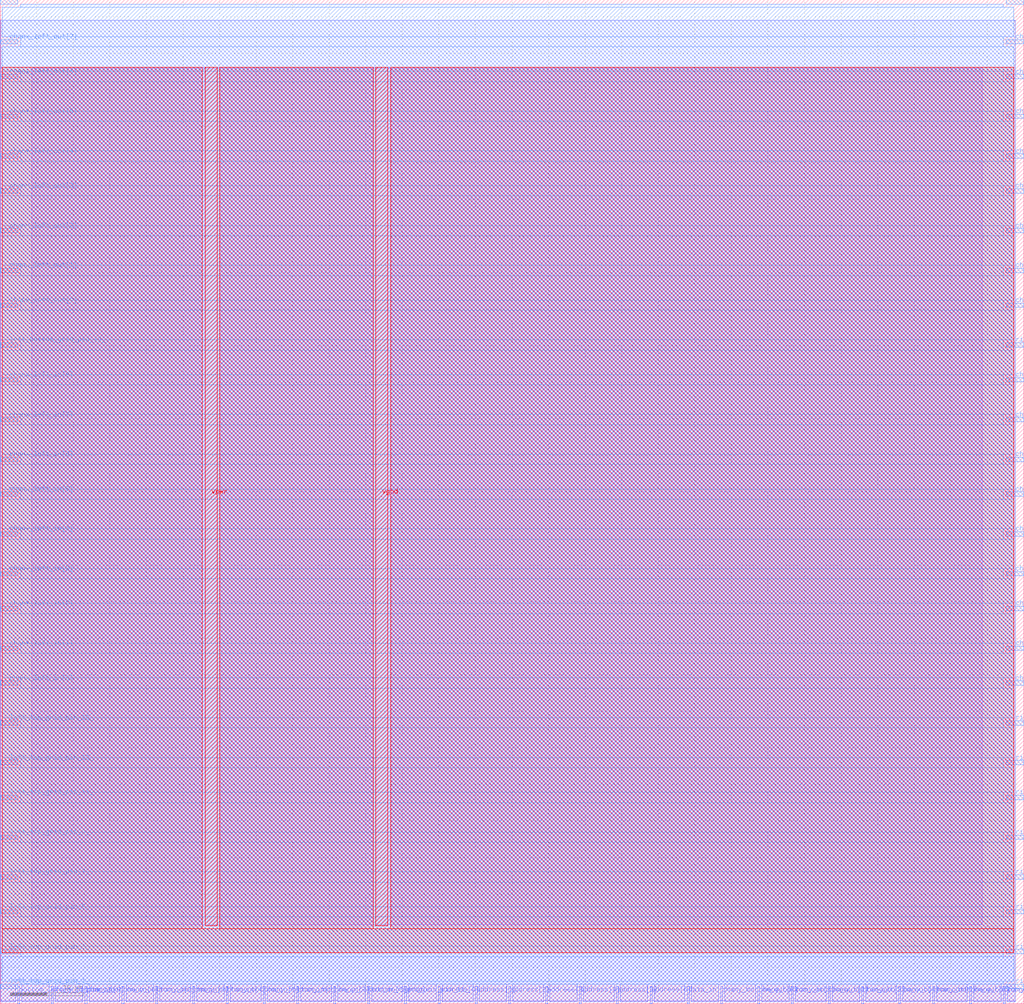
<source format=lef>
VERSION 5.7 ;
  NOWIREEXTENSIONATPIN ON ;
  DIVIDERCHAR "/" ;
  BUSBITCHARS "[]" ;
MACRO sb_1__3_
  CLASS BLOCK ;
  FOREIGN sb_1__3_ ;
  ORIGIN 0.000 0.000 ;
  SIZE 140.000 BY 137.320 ;
  PIN address[0]
    DIRECTION INPUT ;
    PORT
      LAYER met2 ;
        RECT 59.890 0.000 60.170 2.400 ;
    END
  END address[0]
  PIN address[1]
    DIRECTION INPUT ;
    PORT
      LAYER met2 ;
        RECT 64.950 0.000 65.230 2.400 ;
    END
  END address[1]
  PIN address[2]
    DIRECTION INPUT ;
    PORT
      LAYER met2 ;
        RECT 69.550 0.000 69.830 2.400 ;
    END
  END address[2]
  PIN address[3]
    DIRECTION INPUT ;
    PORT
      LAYER met2 ;
        RECT 74.610 0.000 74.890 2.400 ;
    END
  END address[3]
  PIN address[4]
    DIRECTION INPUT ;
    PORT
      LAYER met2 ;
        RECT 79.210 0.000 79.490 2.400 ;
    END
  END address[4]
  PIN address[5]
    DIRECTION INPUT ;
    PORT
      LAYER met2 ;
        RECT 84.270 0.000 84.550 2.400 ;
    END
  END address[5]
  PIN address[6]
    DIRECTION INPUT ;
    PORT
      LAYER met2 ;
        RECT 88.870 0.000 89.150 2.400 ;
    END
  END address[6]
  PIN bottom_left_grid_pin_13_
    DIRECTION INPUT ;
    PORT
      LAYER met2 ;
        RECT 2.390 0.000 2.670 2.400 ;
    END
  END bottom_left_grid_pin_13_
  PIN bottom_right_grid_pin_11_
    DIRECTION INPUT ;
    PORT
      LAYER met2 ;
        RECT 50.230 0.000 50.510 2.400 ;
    END
  END bottom_right_grid_pin_11_
  PIN chanx_left_in[0]
    DIRECTION INPUT ;
    PORT
      LAYER met3 ;
        RECT 0.000 43.560 2.400 44.160 ;
    END
  END chanx_left_in[0]
  PIN chanx_left_in[1]
    DIRECTION INPUT ;
    PORT
      LAYER met3 ;
        RECT 0.000 48.320 2.400 48.920 ;
    END
  END chanx_left_in[1]
  PIN chanx_left_in[2]
    DIRECTION INPUT ;
    PORT
      LAYER met3 ;
        RECT 0.000 53.760 2.400 54.360 ;
    END
  END chanx_left_in[2]
  PIN chanx_left_in[3]
    DIRECTION INPUT ;
    PORT
      LAYER met3 ;
        RECT 0.000 58.520 2.400 59.120 ;
    END
  END chanx_left_in[3]
  PIN chanx_left_in[4]
    DIRECTION INPUT ;
    PORT
      LAYER met3 ;
        RECT 0.000 63.960 2.400 64.560 ;
    END
  END chanx_left_in[4]
  PIN chanx_left_in[5]
    DIRECTION INPUT ;
    PORT
      LAYER met3 ;
        RECT 0.000 69.400 2.400 70.000 ;
    END
  END chanx_left_in[5]
  PIN chanx_left_in[6]
    DIRECTION INPUT ;
    PORT
      LAYER met3 ;
        RECT 0.000 74.160 2.400 74.760 ;
    END
  END chanx_left_in[6]
  PIN chanx_left_in[7]
    DIRECTION INPUT ;
    PORT
      LAYER met3 ;
        RECT 0.000 79.600 2.400 80.200 ;
    END
  END chanx_left_in[7]
  PIN chanx_left_in[8]
    DIRECTION INPUT ;
    PORT
      LAYER met3 ;
        RECT 0.000 85.040 2.400 85.640 ;
    END
  END chanx_left_in[8]
  PIN chanx_left_out[0]
    DIRECTION OUTPUT TRISTATE ;
    PORT
      LAYER met3 ;
        RECT 0.000 95.240 2.400 95.840 ;
    END
  END chanx_left_out[0]
  PIN chanx_left_out[1]
    DIRECTION OUTPUT TRISTATE ;
    PORT
      LAYER met3 ;
        RECT 0.000 100.000 2.400 100.600 ;
    END
  END chanx_left_out[1]
  PIN chanx_left_out[2]
    DIRECTION OUTPUT TRISTATE ;
    PORT
      LAYER met3 ;
        RECT 0.000 105.440 2.400 106.040 ;
    END
  END chanx_left_out[2]
  PIN chanx_left_out[3]
    DIRECTION OUTPUT TRISTATE ;
    PORT
      LAYER met3 ;
        RECT 0.000 110.880 2.400 111.480 ;
    END
  END chanx_left_out[3]
  PIN chanx_left_out[4]
    DIRECTION OUTPUT TRISTATE ;
    PORT
      LAYER met3 ;
        RECT 0.000 115.640 2.400 116.240 ;
    END
  END chanx_left_out[4]
  PIN chanx_left_out[5]
    DIRECTION OUTPUT TRISTATE ;
    PORT
      LAYER met3 ;
        RECT 0.000 121.080 2.400 121.680 ;
    END
  END chanx_left_out[5]
  PIN chanx_left_out[6]
    DIRECTION OUTPUT TRISTATE ;
    PORT
      LAYER met3 ;
        RECT 0.000 126.520 2.400 127.120 ;
    END
  END chanx_left_out[6]
  PIN chanx_left_out[7]
    DIRECTION OUTPUT TRISTATE ;
    PORT
      LAYER met3 ;
        RECT 0.000 131.280 2.400 131.880 ;
    END
  END chanx_left_out[7]
  PIN chanx_left_out[8]
    DIRECTION OUTPUT TRISTATE ;
    PORT
      LAYER met3 ;
        RECT 0.000 136.720 2.400 137.320 ;
    END
  END chanx_left_out[8]
  PIN chanx_right_in[0]
    DIRECTION INPUT ;
    PORT
      LAYER met3 ;
        RECT 137.600 43.560 140.000 44.160 ;
    END
  END chanx_right_in[0]
  PIN chanx_right_in[1]
    DIRECTION INPUT ;
    PORT
      LAYER met3 ;
        RECT 137.600 48.320 140.000 48.920 ;
    END
  END chanx_right_in[1]
  PIN chanx_right_in[2]
    DIRECTION INPUT ;
    PORT
      LAYER met3 ;
        RECT 137.600 53.760 140.000 54.360 ;
    END
  END chanx_right_in[2]
  PIN chanx_right_in[3]
    DIRECTION INPUT ;
    PORT
      LAYER met3 ;
        RECT 137.600 58.520 140.000 59.120 ;
    END
  END chanx_right_in[3]
  PIN chanx_right_in[4]
    DIRECTION INPUT ;
    PORT
      LAYER met3 ;
        RECT 137.600 63.960 140.000 64.560 ;
    END
  END chanx_right_in[4]
  PIN chanx_right_in[5]
    DIRECTION INPUT ;
    PORT
      LAYER met3 ;
        RECT 137.600 69.400 140.000 70.000 ;
    END
  END chanx_right_in[5]
  PIN chanx_right_in[6]
    DIRECTION INPUT ;
    PORT
      LAYER met3 ;
        RECT 137.600 74.160 140.000 74.760 ;
    END
  END chanx_right_in[6]
  PIN chanx_right_in[7]
    DIRECTION INPUT ;
    PORT
      LAYER met3 ;
        RECT 137.600 79.600 140.000 80.200 ;
    END
  END chanx_right_in[7]
  PIN chanx_right_in[8]
    DIRECTION INPUT ;
    PORT
      LAYER met3 ;
        RECT 137.600 85.040 140.000 85.640 ;
    END
  END chanx_right_in[8]
  PIN chanx_right_out[0]
    DIRECTION OUTPUT TRISTATE ;
    PORT
      LAYER met3 ;
        RECT 137.600 95.240 140.000 95.840 ;
    END
  END chanx_right_out[0]
  PIN chanx_right_out[1]
    DIRECTION OUTPUT TRISTATE ;
    PORT
      LAYER met3 ;
        RECT 137.600 100.000 140.000 100.600 ;
    END
  END chanx_right_out[1]
  PIN chanx_right_out[2]
    DIRECTION OUTPUT TRISTATE ;
    PORT
      LAYER met3 ;
        RECT 137.600 105.440 140.000 106.040 ;
    END
  END chanx_right_out[2]
  PIN chanx_right_out[3]
    DIRECTION OUTPUT TRISTATE ;
    PORT
      LAYER met3 ;
        RECT 137.600 110.880 140.000 111.480 ;
    END
  END chanx_right_out[3]
  PIN chanx_right_out[4]
    DIRECTION OUTPUT TRISTATE ;
    PORT
      LAYER met3 ;
        RECT 137.600 115.640 140.000 116.240 ;
    END
  END chanx_right_out[4]
  PIN chanx_right_out[5]
    DIRECTION OUTPUT TRISTATE ;
    PORT
      LAYER met3 ;
        RECT 137.600 121.080 140.000 121.680 ;
    END
  END chanx_right_out[5]
  PIN chanx_right_out[6]
    DIRECTION OUTPUT TRISTATE ;
    PORT
      LAYER met3 ;
        RECT 137.600 126.520 140.000 127.120 ;
    END
  END chanx_right_out[6]
  PIN chanx_right_out[7]
    DIRECTION OUTPUT TRISTATE ;
    PORT
      LAYER met3 ;
        RECT 137.600 131.280 140.000 131.880 ;
    END
  END chanx_right_out[7]
  PIN chanx_right_out[8]
    DIRECTION OUTPUT TRISTATE ;
    PORT
      LAYER met3 ;
        RECT 137.600 136.720 140.000 137.320 ;
    END
  END chanx_right_out[8]
  PIN chany_bottom_in[0]
    DIRECTION INPUT ;
    PORT
      LAYER met2 ;
        RECT 6.990 0.000 7.270 2.400 ;
    END
  END chany_bottom_in[0]
  PIN chany_bottom_in[1]
    DIRECTION INPUT ;
    PORT
      LAYER met2 ;
        RECT 11.590 0.000 11.870 2.400 ;
    END
  END chany_bottom_in[1]
  PIN chany_bottom_in[2]
    DIRECTION INPUT ;
    PORT
      LAYER met2 ;
        RECT 16.650 0.000 16.930 2.400 ;
    END
  END chany_bottom_in[2]
  PIN chany_bottom_in[3]
    DIRECTION INPUT ;
    PORT
      LAYER met2 ;
        RECT 21.250 0.000 21.530 2.400 ;
    END
  END chany_bottom_in[3]
  PIN chany_bottom_in[4]
    DIRECTION INPUT ;
    PORT
      LAYER met2 ;
        RECT 26.310 0.000 26.590 2.400 ;
    END
  END chany_bottom_in[4]
  PIN chany_bottom_in[5]
    DIRECTION INPUT ;
    PORT
      LAYER met2 ;
        RECT 30.910 0.000 31.190 2.400 ;
    END
  END chany_bottom_in[5]
  PIN chany_bottom_in[6]
    DIRECTION INPUT ;
    PORT
      LAYER met2 ;
        RECT 35.970 0.000 36.250 2.400 ;
    END
  END chany_bottom_in[6]
  PIN chany_bottom_in[7]
    DIRECTION INPUT ;
    PORT
      LAYER met2 ;
        RECT 40.570 0.000 40.850 2.400 ;
    END
  END chany_bottom_in[7]
  PIN chany_bottom_in[8]
    DIRECTION INPUT ;
    PORT
      LAYER met2 ;
        RECT 45.630 0.000 45.910 2.400 ;
    END
  END chany_bottom_in[8]
  PIN chany_bottom_out[0]
    DIRECTION OUTPUT TRISTATE ;
    PORT
      LAYER met2 ;
        RECT 98.530 0.000 98.810 2.400 ;
    END
  END chany_bottom_out[0]
  PIN chany_bottom_out[1]
    DIRECTION OUTPUT TRISTATE ;
    PORT
      LAYER met2 ;
        RECT 103.590 0.000 103.870 2.400 ;
    END
  END chany_bottom_out[1]
  PIN chany_bottom_out[2]
    DIRECTION OUTPUT TRISTATE ;
    PORT
      LAYER met2 ;
        RECT 108.190 0.000 108.470 2.400 ;
    END
  END chany_bottom_out[2]
  PIN chany_bottom_out[3]
    DIRECTION OUTPUT TRISTATE ;
    PORT
      LAYER met2 ;
        RECT 113.250 0.000 113.530 2.400 ;
    END
  END chany_bottom_out[3]
  PIN chany_bottom_out[4]
    DIRECTION OUTPUT TRISTATE ;
    PORT
      LAYER met2 ;
        RECT 117.850 0.000 118.130 2.400 ;
    END
  END chany_bottom_out[4]
  PIN chany_bottom_out[5]
    DIRECTION OUTPUT TRISTATE ;
    PORT
      LAYER met2 ;
        RECT 122.910 0.000 123.190 2.400 ;
    END
  END chany_bottom_out[5]
  PIN chany_bottom_out[6]
    DIRECTION OUTPUT TRISTATE ;
    PORT
      LAYER met2 ;
        RECT 127.510 0.000 127.790 2.400 ;
    END
  END chany_bottom_out[6]
  PIN chany_bottom_out[7]
    DIRECTION OUTPUT TRISTATE ;
    PORT
      LAYER met2 ;
        RECT 132.570 0.000 132.850 2.400 ;
    END
  END chany_bottom_out[7]
  PIN chany_bottom_out[8]
    DIRECTION OUTPUT TRISTATE ;
    PORT
      LAYER met2 ;
        RECT 137.170 0.000 137.450 2.400 ;
    END
  END chany_bottom_out[8]
  PIN data_in
    DIRECTION INPUT ;
    PORT
      LAYER met2 ;
        RECT 93.930 0.000 94.210 2.400 ;
    END
  END data_in
  PIN enable
    DIRECTION INPUT ;
    PORT
      LAYER met2 ;
        RECT 55.290 0.000 55.570 2.400 ;
    END
  END enable
  PIN left_bottom_grid_pin_12_
    DIRECTION INPUT ;
    PORT
      LAYER met3 ;
        RECT 0.000 89.800 2.400 90.400 ;
    END
  END left_bottom_grid_pin_12_
  PIN left_top_grid_pin_11_
    DIRECTION INPUT ;
    PORT
      LAYER met3 ;
        RECT 0.000 27.920 2.400 28.520 ;
    END
  END left_top_grid_pin_11_
  PIN left_top_grid_pin_13_
    DIRECTION INPUT ;
    PORT
      LAYER met3 ;
        RECT 0.000 32.680 2.400 33.280 ;
    END
  END left_top_grid_pin_13_
  PIN left_top_grid_pin_15_
    DIRECTION INPUT ;
    PORT
      LAYER met3 ;
        RECT 0.000 38.120 2.400 38.720 ;
    END
  END left_top_grid_pin_15_
  PIN left_top_grid_pin_1_
    DIRECTION INPUT ;
    PORT
      LAYER met3 ;
        RECT 0.000 2.080 2.400 2.680 ;
    END
  END left_top_grid_pin_1_
  PIN left_top_grid_pin_3_
    DIRECTION INPUT ;
    PORT
      LAYER met3 ;
        RECT 0.000 6.840 2.400 7.440 ;
    END
  END left_top_grid_pin_3_
  PIN left_top_grid_pin_5_
    DIRECTION INPUT ;
    PORT
      LAYER met3 ;
        RECT 0.000 12.280 2.400 12.880 ;
    END
  END left_top_grid_pin_5_
  PIN left_top_grid_pin_7_
    DIRECTION INPUT ;
    PORT
      LAYER met3 ;
        RECT 0.000 17.040 2.400 17.640 ;
    END
  END left_top_grid_pin_7_
  PIN left_top_grid_pin_9_
    DIRECTION INPUT ;
    PORT
      LAYER met3 ;
        RECT 0.000 22.480 2.400 23.080 ;
    END
  END left_top_grid_pin_9_
  PIN right_bottom_grid_pin_12_
    DIRECTION INPUT ;
    PORT
      LAYER met3 ;
        RECT 137.600 89.800 140.000 90.400 ;
    END
  END right_bottom_grid_pin_12_
  PIN right_top_grid_pin_11_
    DIRECTION INPUT ;
    PORT
      LAYER met3 ;
        RECT 137.600 27.920 140.000 28.520 ;
    END
  END right_top_grid_pin_11_
  PIN right_top_grid_pin_13_
    DIRECTION INPUT ;
    PORT
      LAYER met3 ;
        RECT 137.600 32.680 140.000 33.280 ;
    END
  END right_top_grid_pin_13_
  PIN right_top_grid_pin_15_
    DIRECTION INPUT ;
    PORT
      LAYER met3 ;
        RECT 137.600 38.120 140.000 38.720 ;
    END
  END right_top_grid_pin_15_
  PIN right_top_grid_pin_1_
    DIRECTION INPUT ;
    PORT
      LAYER met3 ;
        RECT 137.600 2.080 140.000 2.680 ;
    END
  END right_top_grid_pin_1_
  PIN right_top_grid_pin_3_
    DIRECTION INPUT ;
    PORT
      LAYER met3 ;
        RECT 137.600 6.840 140.000 7.440 ;
    END
  END right_top_grid_pin_3_
  PIN right_top_grid_pin_5_
    DIRECTION INPUT ;
    PORT
      LAYER met3 ;
        RECT 137.600 12.280 140.000 12.880 ;
    END
  END right_top_grid_pin_5_
  PIN right_top_grid_pin_7_
    DIRECTION INPUT ;
    PORT
      LAYER met3 ;
        RECT 137.600 17.040 140.000 17.640 ;
    END
  END right_top_grid_pin_7_
  PIN right_top_grid_pin_9_
    DIRECTION INPUT ;
    PORT
      LAYER met3 ;
        RECT 137.600 22.480 140.000 23.080 ;
    END
  END right_top_grid_pin_9_
  PIN vpwr
    DIRECTION INPUT ;
    PORT
      LAYER met4 ;
        RECT 28.055 10.640 29.655 128.080 ;
    END
  END vpwr
  PIN vgnd
    DIRECTION INPUT ;
    PORT
      LAYER met4 ;
        RECT 51.385 10.640 52.985 128.080 ;
    END
  END vgnd
  OBS
      LAYER li1 ;
        RECT 4.285 10.795 134.320 127.925 ;
      LAYER met1 ;
        RECT 0.070 0.380 138.850 128.080 ;
      LAYER met2 ;
        RECT 0.090 2.680 138.830 134.485 ;
        RECT 0.090 0.270 2.110 2.680 ;
        RECT 2.950 0.270 6.710 2.680 ;
        RECT 7.550 0.270 11.310 2.680 ;
        RECT 12.150 0.270 16.370 2.680 ;
        RECT 17.210 0.270 20.970 2.680 ;
        RECT 21.810 0.270 26.030 2.680 ;
        RECT 26.870 0.270 30.630 2.680 ;
        RECT 31.470 0.270 35.690 2.680 ;
        RECT 36.530 0.270 40.290 2.680 ;
        RECT 41.130 0.270 45.350 2.680 ;
        RECT 46.190 0.270 49.950 2.680 ;
        RECT 50.790 0.270 55.010 2.680 ;
        RECT 55.850 0.270 59.610 2.680 ;
        RECT 60.450 0.270 64.670 2.680 ;
        RECT 65.510 0.270 69.270 2.680 ;
        RECT 70.110 0.270 74.330 2.680 ;
        RECT 75.170 0.270 78.930 2.680 ;
        RECT 79.770 0.270 83.990 2.680 ;
        RECT 84.830 0.270 88.590 2.680 ;
        RECT 89.430 0.270 93.650 2.680 ;
        RECT 94.490 0.270 98.250 2.680 ;
        RECT 99.090 0.270 103.310 2.680 ;
        RECT 104.150 0.270 107.910 2.680 ;
        RECT 108.750 0.270 112.970 2.680 ;
        RECT 113.810 0.270 117.570 2.680 ;
        RECT 118.410 0.270 122.630 2.680 ;
        RECT 123.470 0.270 127.230 2.680 ;
        RECT 128.070 0.270 132.290 2.680 ;
        RECT 133.130 0.270 136.890 2.680 ;
        RECT 137.730 0.270 138.830 2.680 ;
      LAYER met3 ;
        RECT 2.800 136.320 137.200 136.720 ;
        RECT 0.270 132.280 138.650 136.320 ;
        RECT 2.800 130.880 137.200 132.280 ;
        RECT 0.270 127.520 138.650 130.880 ;
        RECT 2.800 126.120 137.200 127.520 ;
        RECT 0.270 122.080 138.650 126.120 ;
        RECT 2.800 120.680 137.200 122.080 ;
        RECT 0.270 116.640 138.650 120.680 ;
        RECT 2.800 115.240 137.200 116.640 ;
        RECT 0.270 111.880 138.650 115.240 ;
        RECT 2.800 110.480 137.200 111.880 ;
        RECT 0.270 106.440 138.650 110.480 ;
        RECT 2.800 105.040 137.200 106.440 ;
        RECT 0.270 101.000 138.650 105.040 ;
        RECT 2.800 99.600 137.200 101.000 ;
        RECT 0.270 96.240 138.650 99.600 ;
        RECT 2.800 94.840 137.200 96.240 ;
        RECT 0.270 90.800 138.650 94.840 ;
        RECT 2.800 89.400 137.200 90.800 ;
        RECT 0.270 86.040 138.650 89.400 ;
        RECT 2.800 84.640 137.200 86.040 ;
        RECT 0.270 80.600 138.650 84.640 ;
        RECT 2.800 79.200 137.200 80.600 ;
        RECT 0.270 75.160 138.650 79.200 ;
        RECT 2.800 73.760 137.200 75.160 ;
        RECT 0.270 70.400 138.650 73.760 ;
        RECT 2.800 69.000 137.200 70.400 ;
        RECT 0.270 64.960 138.650 69.000 ;
        RECT 2.800 63.560 137.200 64.960 ;
        RECT 0.270 59.520 138.650 63.560 ;
        RECT 2.800 58.120 137.200 59.520 ;
        RECT 0.270 54.760 138.650 58.120 ;
        RECT 2.800 53.360 137.200 54.760 ;
        RECT 0.270 49.320 138.650 53.360 ;
        RECT 2.800 47.920 137.200 49.320 ;
        RECT 0.270 44.560 138.650 47.920 ;
        RECT 2.800 43.160 137.200 44.560 ;
        RECT 0.270 39.120 138.650 43.160 ;
        RECT 2.800 37.720 137.200 39.120 ;
        RECT 0.270 33.680 138.650 37.720 ;
        RECT 2.800 32.280 137.200 33.680 ;
        RECT 0.270 28.920 138.650 32.280 ;
        RECT 2.800 27.520 137.200 28.920 ;
        RECT 0.270 23.480 138.650 27.520 ;
        RECT 2.800 22.080 137.200 23.480 ;
        RECT 0.270 18.040 138.650 22.080 ;
        RECT 2.800 16.640 137.200 18.040 ;
        RECT 0.270 13.280 138.650 16.640 ;
        RECT 2.800 11.880 137.200 13.280 ;
        RECT 0.270 7.840 138.650 11.880 ;
        RECT 2.800 6.440 137.200 7.840 ;
        RECT 0.270 3.080 138.650 6.440 ;
        RECT 2.800 2.680 137.200 3.080 ;
      LAYER met4 ;
        RECT 0.295 10.240 27.655 128.080 ;
        RECT 30.055 10.240 50.985 128.080 ;
        RECT 53.385 10.240 138.625 128.080 ;
        RECT 0.295 6.975 138.625 10.240 ;
  END
END sb_1__3_
END LIBRARY


</source>
